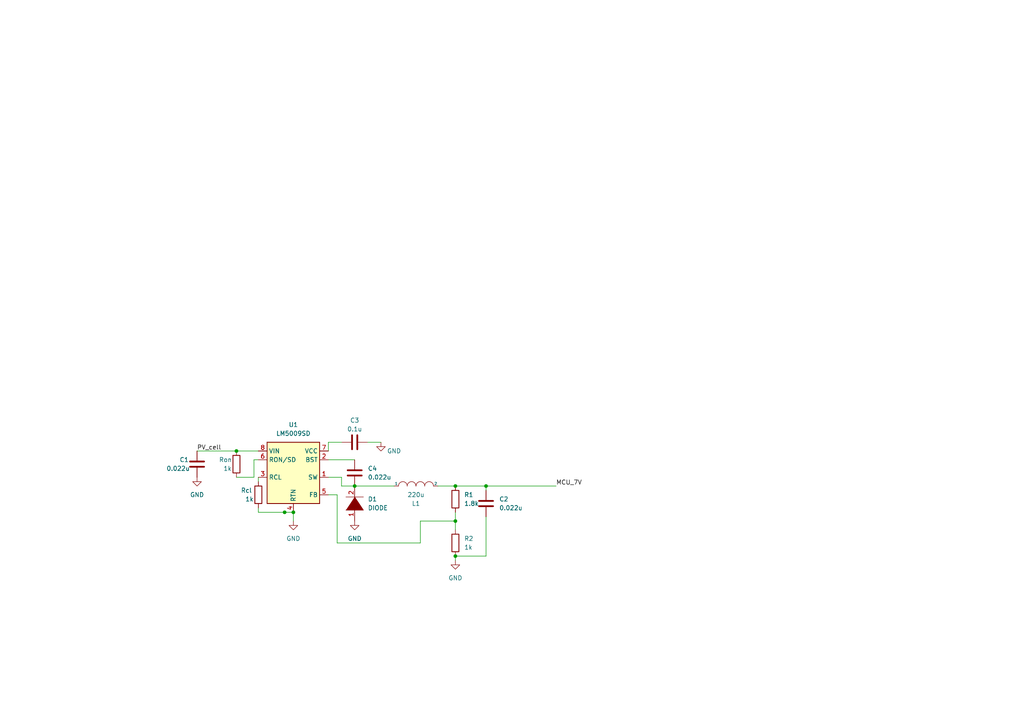
<source format=kicad_sch>
(kicad_sch (version 20211123) (generator eeschema)
  (paper "A4")
  (title_block (date "2022-03-11") (rev "v01"))
  (lib_symbols
    (symbol "Device:C" (pin_numbers hide) (pin_names (offset 0.254))
      (property "Reference" "C" (at 0.635 2.54 0))
      (property "Value" "C" (at 0.635 -2.54 0))
      (symbol "C_0_1"
        (polyline (pts (xy -2.032 -0.762) (xy 2.032 -0.762)) (stroke (width 0.508)))
        (polyline (pts (xy -2.032 0.762) (xy 2.032 0.762)) (stroke (width 0.508)))
      )
      (symbol "C_1_1"
        (pin passive line (at 0 3.81 270) (length 2.794) (name "~") (number "1"))
        (pin passive line (at 0 -3.81 90) (length 2.794) (name "~") (number "2"))
      )
    )
    (symbol "Device:R" (pin_numbers hide) (pin_names (offset 0))
      (property "Reference" "R" (at 2.032 0 90))
      (property "Value" "R" (at 0 0 90))
      (symbol "R_0_1"
        (rectangle (start -1.016 -2.54) (end 1.016 2.54) (stroke (width 0.254)))
      )
      (symbol "R_1_1"
        (pin passive line (at 0 3.81 270) (length 1.27) (name "~") (number "1"))
        (pin passive line (at 0 -3.81 90) (length 1.27) (name "~") (number "2"))
      )
    )
    (symbol "Regulator_Switching:LM5009SD"
      (property "Reference" "U" (at -7.62 8.89 0))
      (property "Value" "LM5009SD" (at 0 8.89 0))
      (symbol "LM5009SD_0_1"
        (rectangle (start -7.62 7.62) (end 7.62 -10.16) (stroke (width 0.254)) (fill (type background)))
      )
      (symbol "LM5009SD_1_1"
        (pin output line (at 10.16 -2.54 180) (length 2.54) (name "SW") (number "1"))
        (pin input line (at 10.16 2.54 180) (length 2.54) (name "BST") (number "2"))
        (pin input line (at -10.16 -2.54 0) (length 2.54) (name "RCL") (number "3"))
        (pin power_in line (at 0 -12.7 90) (length 2.54) (name "RTN") (number "4"))
        (pin input line (at 10.16 -7.62 180) (length 2.54) (name "FB") (number "5"))
        (pin input line (at -10.16 2.54 0) (length 2.54) (name "RON/SD") (number "6"))
        (pin output line (at 10.16 5.08 180) (length 2.54) (name "VCC") (number "7"))
        (pin power_in line (at -10.16 5.08 0) (length 2.54) (name "VIN") (number "8"))
        (pin passive line (at -2.54 -12.7 90) (length 2.54) hide (name "PAD") (number "9"))
      )
    )
    (symbol "power:GND" (power) (pin_names (offset 0))
      (property "Value" "GND" (at 0 -3.81 0))
      (symbol "GND_0_1"
        (polyline (pts (xy 0 0) (xy 0 -1.27) (xy 1.27 -1.27) (xy 0 -2.54) (xy -1.27 -1.27) (xy 0 -1.27)))
      )
      (symbol "GND_1_1"
        (pin power_in line (at 0 0 270) (length 0) hide (name "GND") (number "1"))
      )
    )
    (symbol "pspice:DIODE" (pin_names (offset 1.016) hide)
      (property "Reference" "D" (at 0 3.81 0))
      (property "Value" "DIODE" (at 0 -4.445 0))
      (symbol "DIODE_0_1"
        (polyline (pts (xy 1.905 2.54) (xy 1.905 -2.54)))
        (polyline (pts (xy -1.905 2.54) (xy -1.905 -2.54) (xy 1.905 0)) (fill (type outline)))
      )
      (symbol "DIODE_1_1"
        (pin input line (at -5.08 0 0) (length 3.81) (name "K") (number "1"))
        (pin input line (at 5.08 0 180) (length 3.81) (name "A") (number "2"))
      )
    )
    (symbol "pspice:INDUCTOR" (pin_numbers hide) (pin_names (offset 0))
      (property "Reference" "L" (at 0 2.54 0))
      (property "Value" "INDUCTOR" (at 0 -1.27 0))
      (symbol "INDUCTOR_0_1"
        (arc (start -2.54 0) (mid -3.81 1.27) (end -5.08 0))
        (arc (start 0 0) (mid -1.27 1.27) (end -2.54 0))
        (arc (start 2.54 0) (mid 1.27 1.27) (end 0 0))
        (arc (start 5.08 0) (mid 3.81 1.27) (end 2.54 0))
      )
      (symbol "INDUCTOR_1_1"
        (pin input line (at -6.35 0 0) (length 1.27) (name "1") (number "1"))
        (pin input line (at 6.35 0 180) (length 1.27) (name "2") (number "2"))
      )
    )
  )
  (junction (at 68.58 130.81))
  (junction (at 132.08 151.13))
  (junction (at 132.08 140.97))
  (junction (at 82.55 148.59))
  (junction (at 132.08 161.29))
  (junction (at 85.09 148.59))
  (junction (at 102.87 140.97))
  (junction (at 140.97 140.97))
  (wire (pts (xy 132.08 148.59) (xy 132.08 151.13)))
  (wire (pts (xy 140.97 140.97) (xy 161.29 140.97)))
  (wire (pts (xy 95.25 130.81) (xy 95.25 128.27)))
  (wire (pts (xy 73.66 138.43) (xy 73.66 133.35)))
  (wire (pts (xy 132.08 161.29) (xy 140.97 161.29)))
  (wire (pts (xy 68.58 130.81) (xy 74.93 130.81)))
  (wire (pts (xy 127 140.97) (xy 132.08 140.97)))
  (wire (pts (xy 95.25 133.35) (xy 102.87 133.35)))
  (wire (pts (xy 95.25 143.51) (xy 97.79 143.51)))
  (wire (pts (xy 140.97 140.97) (xy 140.97 142.24)))
  (wire (pts (xy 74.93 147.32) (xy 74.93 148.59)))
  (wire (pts (xy 121.92 157.48) (xy 121.92 151.13)))
  (wire (pts (xy 99.06 138.43) (xy 99.06 140.97)))
  (wire (pts (xy 132.08 161.29) (xy 132.08 162.56)))
  (wire (pts (xy 74.93 148.59) (xy 82.55 148.59)))
  (wire (pts (xy 68.58 138.43) (xy 73.66 138.43)))
  (wire (pts (xy 82.55 148.59) (xy 85.09 148.59)))
  (wire (pts (xy 99.06 140.97) (xy 102.87 140.97)))
  (wire (pts (xy 74.93 139.7) (xy 74.93 138.43)))
  (wire (pts (xy 132.08 151.13) (xy 132.08 153.67)))
  (wire (pts (xy 85.09 148.59) (xy 85.09 151.13)))
  (wire (pts (xy 132.08 140.97) (xy 140.97 140.97)))
  (wire (pts (xy 97.79 157.48) (xy 121.92 157.48)))
  (wire (pts (xy 140.97 149.86) (xy 140.97 161.29)))
  (wire (pts (xy 95.25 138.43) (xy 99.06 138.43)))
  (wire (pts (xy 95.25 128.27) (xy 99.06 128.27)))
  (wire (pts (xy 73.66 133.35) (xy 74.93 133.35)))
  (wire (pts (xy 97.79 143.51) (xy 97.79 157.48)))
  (wire (pts (xy 121.92 151.13) (xy 132.08 151.13)))
  (wire (pts (xy 57.15 130.81) (xy 68.58 130.81)))
  (wire (pts (xy 102.87 140.97) (xy 114.3 140.97)))
  (wire (pts (xy 106.68 128.27) (xy 110.49 128.27)))
  (label "PV_cell" (at 57.15 130.81 0))
  (label "MCU_7V" (at 161.29 140.97 0))
  (symbol (lib_id "Regulator_Switching:LM5009SD") (at 85.09 135.89 0) (unit 1)
    (property "Reference" "U1" (at 85.09 123.19 0))
    (property "Value" "LM5009SD" (at 85.09 125.73 0))
    (property "Footprint" "Package_SON:WSON-8-1EP_4x4mm_P0.8mm_EP2.6x3mm" (effects hide))
    (property "Datasheet" "http://www.ti.com/lit/ds/symlink/lm5009.pdf" (effects hide))
  )
  (symbol (lib_id "Device:R") (at 68.58 134.62 0) (unit 1)
    (property "Reference" "Ron" (at 63.5 133.3501 0) (effects (justify left)))
    (property "Value" "1k" (at 64.77 135.89 0) (effects (justify left)))
  )
  (symbol (lib_id "Device:C") (at 102.87 137.16 0) (unit 1)
    (property "Reference" "C4" (at 106.68 135.8899 0) (effects (justify left)))
    (property "Value" "0.022u" (at 106.68 138.4299 0) (effects (justify left)))
  )
  (symbol (lib_id "Device:R") (at 132.08 157.48 0) (unit 1)
    (property "Reference" "R2" (at 134.62 156.2099 0) (effects (justify left)))
    (property "Value" "1k" (at 134.62 158.7499 0) (effects (justify left)))
  )
  (symbol (lib_id "Device:R") (at 74.93 143.51 0) (unit 1)
    (property "Reference" "Rcl" (at 69.85 142.24 0) (effects (justify left)))
    (property "Value" "1k" (at 71.12 144.78 0) (effects (justify left)))
  )
  (symbol (lib_id "pspice:INDUCTOR") (at 120.65 140.97 0) (unit 1)
    (property "Reference" "L1" (at 120.65 146.05 0))
    (property "Value" "220u" (at 120.65 143.51 0))
  )
  (symbol (lib_id "power:GND") (at 132.08 162.56 0) (unit 1)
    (property "Reference" "#PWR?" (effects hide))
    (property "Value" "GND" (at 132.08 167.64 0))
  )
  (symbol (lib_id "power:GND") (at 110.49 128.27 0) (unit 1)
    (property "Reference" "#PWR?" (effects hide))
    (property "Value" "GND" (at 114.3 130.81 0))
  )
  (symbol (lib_id "power:GND") (at 102.87 151.13 0) (unit 1)
    (property "Reference" "#PWR?" (effects hide))
    (property "Value" "GND" (at 102.87 156.21 0))
  )
  (symbol (lib_id "power:GND") (at 85.09 151.13 0) (unit 1)
    (property "Reference" "#PWR?" (effects hide))
    (property "Value" "GND" (at 85.09 156.21 0))
  )
  (symbol (lib_id "Device:C") (at 57.15 134.62 0) (unit 1)
    (property "Reference" "C1" (at 52.07 133.35 0) (effects (justify left)))
    (property "Value" "0.022u" (at 48.26 135.89 0) (effects (justify left)))
  )
  (symbol (lib_id "Device:R") (at 132.08 144.78 0) (unit 1)
    (property "Reference" "R1" (at 134.62 143.5099 0) (effects (justify left)))
    (property "Value" "1.8k" (at 134.62 146.0499 0) (effects (justify left)))
  )
  (symbol (lib_id "Device:C") (at 140.97 146.05 0) (unit 1)
    (property "Reference" "C2" (at 144.78 144.7799 0) (effects (justify left)))
    (property "Value" "0.022u" (at 144.78 147.3199 0) (effects (justify left)))
  )
  (symbol (lib_id "pspice:DIODE") (at 102.87 146.05 90) (unit 1)
    (property "Reference" "D1" (at 106.68 144.7799 90) (effects (justify right)))
    (property "Value" "DIODE" (at 106.68 147.3199 90) (effects (justify right)))
  )
  (symbol (lib_id "Device:C") (at 102.87 128.27 90) (unit 1)
    (property "Reference" "C3" (at 102.87 121.92 90))
    (property "Value" "0.1u" (at 102.87 124.46 90))
  )
  (symbol (lib_id "power:GND") (at 57.15 138.43 0) (unit 1)
    (property "Reference" "#PWR?" (effects hide))
    (property "Value" "GND" (at 57.15 143.51 0))
  )
)
</source>
